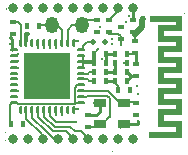
<source format=gtl>
G04 Layer_Physical_Order=1*
G04 Layer_Color=255*
%FSLAX25Y25*%
%MOIN*%
G70*
G01*
G75*
%ADD10O,0.03000X0.01000*%
%ADD11O,0.01000X0.03000*%
%ADD12R,0.15354X0.15354*%
%ADD13O,0.01800X0.02000*%
%ADD14O,0.04500X0.05500*%
%ADD15R,0.02000X0.01800*%
%ADD16R,0.01800X0.02000*%
%ADD17R,0.03937X0.02756*%
%ADD18C,0.00787*%
%ADD19C,0.00800*%
%ADD20C,0.01100*%
%ADD21C,0.00600*%
%ADD22C,0.01181*%
%ADD23C,0.01000*%
%ADD24C,0.01969*%
G04:AMPARAMS|DCode=25|XSize=31.5mil|YSize=31.5mil|CornerRadius=15.75mil|HoleSize=0mil|Usage=FLASHONLY|Rotation=90.000|XOffset=0mil|YOffset=0mil|HoleType=Round|Shape=RoundedRectangle|*
%AMROUNDEDRECTD25*
21,1,0.03150,0.00000,0,0,90.0*
21,1,0.00000,0.03150,0,0,90.0*
1,1,0.03150,0.00000,0.00000*
1,1,0.03150,0.00000,0.00000*
1,1,0.03150,0.00000,0.00000*
1,1,0.03150,0.00000,0.00000*
%
%ADD25ROUNDEDRECTD25*%
%ADD26C,0.01181*%
%ADD27C,0.03000*%
%ADD28C,0.00100*%
G36*
X59114Y39244D02*
Y38244D01*
Y36244D01*
X53114D01*
Y34744D01*
X59114D01*
Y32744D01*
Y31244D01*
Y29244D01*
X53114D01*
Y27744D01*
X59114D01*
Y25744D01*
Y23744D01*
Y22244D01*
X53114D01*
Y20744D01*
X59114D01*
Y18744D01*
Y15744D01*
Y15244D01*
X53114D01*
Y13744D01*
X59114D01*
Y11744D01*
Y9744D01*
Y8244D01*
X53114D01*
Y6244D01*
X59114D01*
Y4244D01*
Y1244D01*
Y744D01*
X48114D01*
Y2744D01*
X57114D01*
Y4244D01*
X51114D01*
Y5744D01*
Y8244D01*
Y10244D01*
X57114D01*
Y11744D01*
X51114D01*
Y13244D01*
Y15244D01*
Y17244D01*
X57114D01*
Y18744D01*
X51114D01*
Y20244D01*
Y22244D01*
Y24244D01*
X57114D01*
Y25744D01*
X51114D01*
Y26744D01*
Y29244D01*
Y31244D01*
X57114D01*
Y32744D01*
X51114D01*
Y34744D01*
Y36244D01*
Y38244D01*
X57114D01*
Y39244D01*
X48614D01*
Y41244D01*
X59114D01*
Y39244D01*
D02*
G37*
D10*
X2997Y30102D02*
D03*
Y28134D02*
D03*
Y26165D02*
D03*
Y24197D02*
D03*
Y22228D02*
D03*
Y20260D02*
D03*
Y18291D02*
D03*
Y16323D02*
D03*
Y14354D02*
D03*
Y12386D02*
D03*
X25397D02*
D03*
Y14354D02*
D03*
Y16323D02*
D03*
Y18291D02*
D03*
Y20260D02*
D03*
Y22228D02*
D03*
Y24197D02*
D03*
Y26165D02*
D03*
Y28134D02*
D03*
Y30102D02*
D03*
D11*
X5339Y10044D02*
D03*
X7307D02*
D03*
X9276D02*
D03*
X11244D02*
D03*
X13213D02*
D03*
X15181D02*
D03*
X17150D02*
D03*
X19118D02*
D03*
X21087D02*
D03*
X23055D02*
D03*
Y32444D02*
D03*
X21087D02*
D03*
X19118D02*
D03*
X17150D02*
D03*
X15181D02*
D03*
X13213D02*
D03*
X11244D02*
D03*
X9276D02*
D03*
X7307D02*
D03*
X5339D02*
D03*
D12*
X14197Y21244D02*
D03*
D13*
X33595Y32799D02*
D03*
X29594D02*
D03*
D14*
X25697Y38244D02*
D03*
X15697D02*
D03*
D15*
X43445Y29106D02*
D03*
Y33106D02*
D03*
X42697Y39957D02*
D03*
Y35957D02*
D03*
X43697Y25244D02*
D03*
Y21244D02*
D03*
X34689Y35957D02*
D03*
Y39957D02*
D03*
X2776Y35366D02*
D03*
Y39366D02*
D03*
X38681Y33595D02*
D03*
Y37595D02*
D03*
X30689Y39957D02*
D03*
Y35957D02*
D03*
X43697Y8244D02*
D03*
Y12244D02*
D03*
X27854Y4421D02*
D03*
Y8421D02*
D03*
D16*
X50012Y40240D02*
D03*
X46012D02*
D03*
X36697Y19744D02*
D03*
X40697D02*
D03*
Y25744D02*
D03*
X36697D02*
D03*
X7508Y38035D02*
D03*
X11508D02*
D03*
X33697Y25744D02*
D03*
X29697D02*
D03*
Y28744D02*
D03*
X33697D02*
D03*
X36697D02*
D03*
X40697D02*
D03*
X36697Y22744D02*
D03*
X40697D02*
D03*
X41705Y16736D02*
D03*
X37705D02*
D03*
X29697Y19744D02*
D03*
X33697D02*
D03*
X29697Y22744D02*
D03*
X33697D02*
D03*
X6197Y5244D02*
D03*
X2197D02*
D03*
D17*
X31768Y12323D02*
D03*
X39768D02*
D03*
Y5323D02*
D03*
X31768D02*
D03*
D18*
X49114Y39744D02*
D03*
Y40744D02*
D03*
D19*
X17150Y32444D02*
Y33044D01*
Y32248D02*
Y32444D01*
X11244D02*
Y33044D01*
Y32051D02*
Y32444D01*
X34862Y35516D02*
Y36079D01*
X25997Y24197D02*
Y26165D01*
Y28134D01*
X25397Y18291D02*
X25997D01*
X24311D02*
X25397D01*
X23445Y12405D02*
X25977D01*
X2997Y24191D02*
X4311Y24177D01*
X2397Y24197D02*
X2997Y24191D01*
X2417Y12405D02*
X4232D01*
X2997Y28134D02*
X3839D01*
X2397D02*
X2997D01*
X13213Y32444D02*
Y33044D01*
Y30870D02*
Y32444D01*
X13209Y30870D02*
X13213D01*
X2417Y14374D02*
X4311D01*
X25997Y30102D02*
Y31303D01*
X15181Y32444D02*
Y33044D01*
Y30831D02*
Y32444D01*
X15138Y30831D02*
X15181D01*
X31470Y5490D02*
X32845D01*
X23055Y10437D02*
X24587D01*
X23055Y10044D02*
Y10437D01*
Y9444D02*
Y10044D01*
X2997Y16329D02*
X4350Y16342D01*
X2397Y16323D02*
X2997Y16329D01*
X2997Y26165D02*
X4311D01*
X2397D02*
X2997D01*
X40697Y28744D02*
X43697D01*
X37705Y16736D02*
Y18114D01*
X36760Y19059D02*
X37705Y18114D01*
X36760Y19059D02*
Y19681D01*
X36697Y19744D02*
X36760Y19681D01*
X42197Y21244D02*
X43697D01*
X43445Y29106D02*
X43697Y28854D01*
Y28744D02*
Y28854D01*
X34689Y39957D02*
X37728Y42996D01*
Y44500D01*
X37697Y44532D02*
X37728Y44500D01*
X43445Y33106D02*
Y35209D01*
X42697Y35957D02*
X43445Y35209D01*
X17146Y8272D02*
X17150Y9444D01*
X2397Y14354D02*
X2417Y14374D01*
X11201Y31504D02*
X11244Y32051D01*
X11201Y30870D02*
Y31504D01*
X13209Y30831D02*
Y30870D01*
X15138Y30791D02*
Y30831D01*
X17150Y32248D02*
X17185Y30752D01*
X25997Y31303D02*
X27536Y32842D01*
X29552D01*
X29594Y32799D01*
X25997Y22228D02*
X27697D01*
X28197Y22728D01*
X29681D01*
X29697Y22744D01*
X25997Y20260D02*
X27697D01*
X28213Y19744D01*
X29697D01*
X4311Y26165D02*
X4528Y26382D01*
X4587D01*
X3839Y28134D02*
X4409Y28705D01*
X4587D01*
X1831Y7917D02*
Y11820D01*
X4311Y24177D02*
X4626D01*
X25977Y12405D02*
X25997Y12386D01*
X23445Y12130D02*
Y12405D01*
X4508Y12130D02*
X23445D01*
X4232Y12405D02*
X4508Y12130D01*
X1831Y11820D02*
X2417Y12405D01*
X23445Y17425D02*
X24311Y18291D01*
X23445Y12405D02*
Y17425D01*
X23055Y33044D02*
X23086Y33075D01*
X24468D01*
X1831Y5970D02*
Y7917D01*
Y5970D02*
X2168Y5632D01*
Y5273D02*
Y5632D01*
Y5273D02*
X2197Y5244D01*
X29697Y28744D02*
X31161Y30398D01*
X38681Y31854D02*
Y33595D01*
Y34650D01*
X37815Y35516D02*
X38681Y34650D01*
X34862Y35516D02*
X37815D01*
X34689Y35957D02*
X34862Y36079D01*
X19118Y33044D02*
Y36744D01*
X17618Y38244D02*
X19118Y36744D01*
X15697Y38244D02*
X17618D01*
X11716D02*
X15697D01*
X11508Y38035D02*
X11716Y38244D01*
X22587D02*
X25697D01*
X21087Y36744D02*
X22587Y38244D01*
X21087Y33044D02*
Y36744D01*
X25697Y38244D02*
Y39138D01*
X26516Y39957D01*
X30689D01*
X39768Y12323D02*
X39823Y12598D01*
X43343D01*
X43697Y12244D01*
X31470Y5490D02*
X31768Y5323D01*
X31122Y4677D02*
X31768Y5323D01*
X31122Y4421D02*
Y4677D01*
X27854Y4421D02*
X31122D01*
D20*
X33697Y28744D02*
X36697D01*
X33697Y25744D02*
Y28744D01*
X1964Y34256D02*
X2397Y33823D01*
Y30102D02*
Y33823D01*
X10937Y21244D02*
Y24976D01*
Y20976D02*
Y21244D01*
X44587Y5323D02*
X44626Y6461D01*
X39768Y5323D02*
X44587D01*
X31713Y12268D02*
X31768Y12323D01*
X31713Y9492D02*
Y12268D01*
X30650Y8429D02*
X31713Y9492D01*
X27862Y8429D02*
X30650D01*
X27854Y8421D02*
X27862Y8429D01*
X1831Y34123D02*
X1964Y34256D01*
X1831Y33980D02*
Y34123D01*
X42697Y39957D02*
Y41579D01*
Y44532D01*
D21*
X10669Y21244D02*
X10937D01*
X14197D01*
X28093Y242D02*
X28169Y165D01*
X25384Y2951D02*
X28093Y242D01*
X27535Y165D02*
X28169D01*
X27457Y87D02*
X27535Y165D01*
X27457Y87D02*
X27457Y87D01*
X5339Y33044D02*
Y38457D01*
X4429Y39366D02*
X5339Y38457D01*
X2776Y39366D02*
X4429D01*
X10669Y21244D02*
X10937Y20976D01*
X19114Y8350D02*
X19118Y9444D01*
X15181Y7988D02*
Y9444D01*
Y7988D02*
X17181Y5988D01*
X23681D01*
X13213Y7815D02*
Y9444D01*
Y7815D02*
X16705Y4323D01*
Y4307D02*
Y4323D01*
Y4307D02*
X16713Y4299D01*
X21972D01*
X23327Y2945D01*
X23333Y2951D01*
X25384D01*
X27457Y87D02*
X27697Y-154D01*
X11244Y7799D02*
Y9444D01*
Y7799D02*
X16126Y2917D01*
X20610D01*
X22697Y831D01*
Y-154D02*
Y831D01*
X9276Y7537D02*
Y9444D01*
Y7537D02*
X13756Y3056D01*
Y3042D02*
Y3056D01*
Y3042D02*
X16795Y3D01*
X16801Y8D01*
X17535D01*
X17697Y-154D01*
X7307Y7228D02*
Y9444D01*
Y7228D02*
X12500Y2035D01*
Y44D02*
Y2035D01*
Y44D02*
X12697Y-154D01*
X25997Y16323D02*
X26056Y16382D01*
X34508D01*
X38642Y12248D01*
X38717Y12323D01*
X39768D01*
X25997Y14354D02*
X27303D01*
X27785Y14837D01*
X34163D01*
X35039Y13961D01*
Y7602D02*
Y13961D01*
X34958Y7602D02*
X35039D01*
X32845Y5490D02*
X34958Y7602D01*
X8287Y21244D02*
X10669D01*
D22*
X7307Y33044D02*
Y35480D01*
X7815Y35398D01*
X25997Y26165D02*
X29429D01*
X29697Y25898D01*
Y25744D02*
Y25898D01*
Y28744D01*
D23*
X33697Y22744D02*
X36697D01*
Y25744D01*
X33697Y19744D02*
X36697D01*
X40697Y22744D02*
X42197Y21244D01*
X40697Y19744D02*
X42197Y21244D01*
X43697Y25244D02*
Y28744D01*
D24*
X43445Y35241D02*
X43775Y35571D01*
X45689Y37684D01*
Y40193D01*
X46012Y40240D01*
X43445Y35209D02*
Y35241D01*
D25*
X2697Y240D02*
D03*
X7697D02*
D03*
X12697D02*
D03*
X17697D02*
D03*
X22697D02*
D03*
X27697D02*
D03*
X32697D02*
D03*
X37697D02*
D03*
X42697D02*
D03*
Y44138D02*
D03*
X37697D02*
D03*
X32697D02*
D03*
X27697D02*
D03*
X22697D02*
D03*
X17697D02*
D03*
X12697D02*
D03*
X7697D02*
D03*
X2697D02*
D03*
D26*
X7776Y37642D02*
D03*
X44626Y6461D02*
D03*
X1831Y33980D02*
D03*
X40335Y39453D02*
D03*
X32618Y27169D02*
D03*
X35689Y32169D02*
D03*
X1831Y31972D02*
D03*
X39665Y25752D02*
D03*
X41476Y41539D02*
D03*
X44350Y15476D02*
D03*
X32185Y12405D02*
D03*
X44311Y18075D02*
D03*
X35689Y33626D02*
D03*
X29705Y12484D02*
D03*
X6177Y5197D02*
D03*
X35177Y28705D02*
D03*
X31949Y37752D02*
D03*
X42697Y41579D02*
D03*
X19114Y8350D02*
D03*
X17146Y8272D02*
D03*
X23681Y5988D02*
D03*
X4311Y14374D02*
D03*
X4350Y16342D02*
D03*
X11201Y30870D02*
D03*
X13209Y30831D02*
D03*
X15138Y30791D02*
D03*
X17185Y30752D02*
D03*
X24587Y10437D02*
D03*
X4587Y26382D02*
D03*
Y28705D02*
D03*
X1831Y7917D02*
D03*
X4626Y24177D02*
D03*
X24468Y33075D02*
D03*
X7815Y35398D02*
D03*
X31161Y30398D02*
D03*
X38681Y31854D02*
D03*
D27*
X10937Y24976D02*
D03*
Y20976D02*
D03*
X18937Y24976D02*
D03*
X14937D02*
D03*
X18937Y20976D02*
D03*
X10937Y16976D02*
D03*
X14937Y20976D02*
D03*
X18937Y16976D02*
D03*
X14937D02*
D03*
D28*
X27697Y-480D02*
X27700D01*
X32Y2870D02*
X34D01*
X2528Y1756D02*
X2530D01*
X374Y43862D02*
X377D01*
X59744Y42484D02*
X59747D01*
X177Y-75D02*
X180D01*
X413Y44138D02*
X416D01*
X22693Y902D02*
X22695D01*
X35846Y-3646D02*
X35849D01*
X38532Y4177D02*
X38534D01*
M02*

</source>
